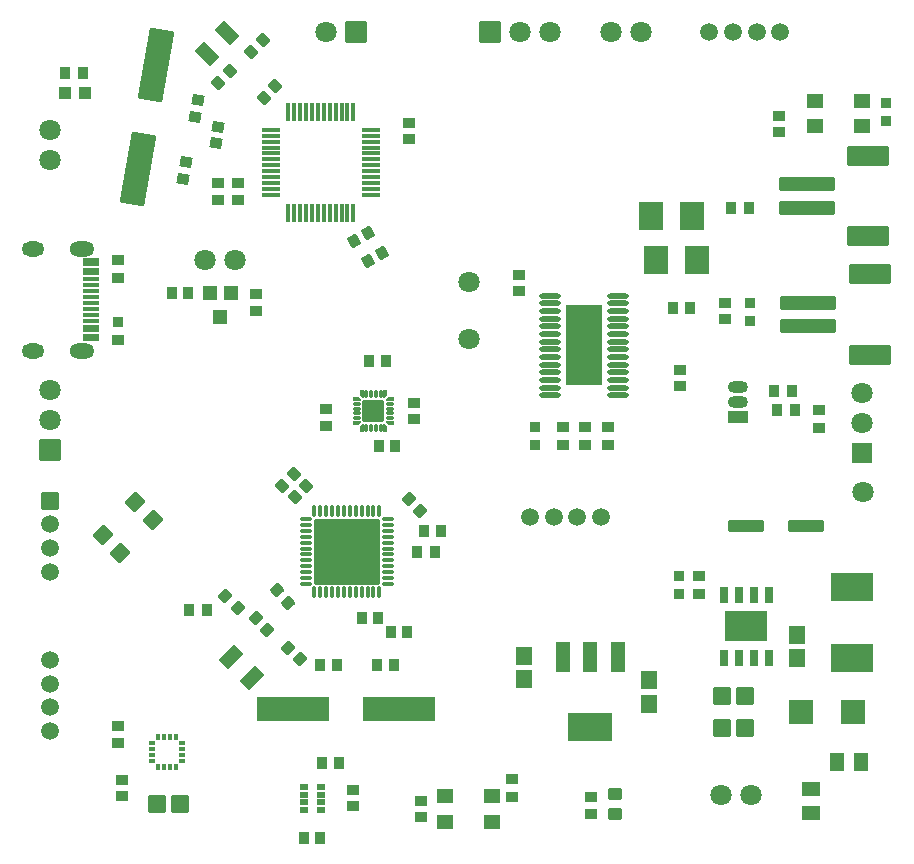
<source format=gts>
G04 Layer: TopSolderMaskLayer*
G04 EasyEDA v6.5.40, 2024-05-01 14:29:32*
G04 7703e67730494ffebf129c6139567d94,10*
G04 Gerber Generator version 0.2*
G04 Scale: 100 percent, Rotated: No, Reflected: No *
G04 Dimensions in millimeters *
G04 leading zeros omitted , absolute positions ,4 integer and 5 decimal *
%FSLAX45Y45*%
%MOMM*%

%AMMACRO1*1,1,$1,$2,$3*1,1,$1,$4,$5*1,1,$1,0-$2,0-$3*1,1,$1,0-$4,0-$5*20,1,$1,$2,$3,$4,$5,0*20,1,$1,$4,$5,0-$2,0-$3,0*20,1,$1,0-$2,0-$3,0-$4,0-$5,0*20,1,$1,0-$4,0-$5,$2,$3,0*4,1,4,$2,$3,$4,$5,0-$2,0-$3,0-$4,0-$5,$2,$3,0*%
%AMMACRO2*4,1,5,-0.3028,-0.1509,-0.3035,0.0208,-0.174,0.1509,0.3035,0.1509,0.3035,-0.1509,-0.3028,-0.1509,0*%
%AMMACRO3*4,1,5,-0.0212,-0.3035,-0.1507,-0.1737,-0.1507,0.3035,0.1507,0.3035,0.1507,-0.3028,-0.0212,-0.3035,0*%
%AMMACRO4*4,1,5,-0.1507,-0.3035,-0.1507,0.1737,-0.0212,0.3035,0.1507,0.3028,0.1507,-0.3035,-0.1507,-0.3035,0*%
%AMMACRO5*4,1,5,-0.1507,-0.3035,-0.1507,0.3028,0.0207,0.3035,0.1507,0.174,0.1507,-0.3035,-0.1507,-0.3035,0*%
%AMMACRO6*4,1,5,-0.1739,-0.1509,-0.3037,-0.0208,-0.3029,0.1509,0.3037,0.1509,0.3037,-0.1509,-0.1739,-0.1509,0*%
%AMMACRO7*4,1,5,-0.3038,-0.1507,-0.3038,0.1507,0.1737,0.1507,0.3038,0.0207,0.3023,-0.1507,-0.3038,-0.1507,0*%
%AMMACRO8*4,1,5,-0.3035,-0.1509,-0.3035,0.1509,0.3028,0.1509,0.3035,-0.0208,0.1737,-0.1509,-0.3035,-0.1509,0*%
%AMMACRO9*4,1,5,0.0212,-0.3035,-0.1507,-0.3028,-0.1507,0.3035,0.1507,0.3035,0.1507,-0.1737,0.0212,-0.3035,0*%
%AMMACRO10*4,1,4,-0.2827,-1.0617,-1.0617,-0.2827,0.2827,1.0617,1.0617,0.2827,-0.2827,-1.0617,0*%
%AMMACRO11*4,1,4,0.2828,-1.0617,-1.0618,0.2827,-0.2828,1.0617,1.0618,-0.283,0.2828,-1.0617,0*%
%AMMACRO12*4,1,4,0.2828,-1.0618,-1.0618,0.2828,-0.2828,1.0618,1.0618,-0.2828,0.2828,-1.0618,0*%
%ADD10MACRO1,0.1016X0.4032X0.432X0.4032X-0.432*%
%ADD11MACRO1,0.1016X-0.4032X0.432X-0.4032X-0.432*%
%ADD12MACRO1,0.1016X-0.4032X-0.432X-0.4032X0.432*%
%ADD13MACRO1,0.1016X0.4032X-0.432X0.4032X0.432*%
%ADD14MACRO1,0.1016X-0.432X0.4032X0.432X0.4032*%
%ADD15MACRO1,0.1016X-0.432X-0.4032X0.432X-0.4032*%
%ADD16MACRO1,0.1016X-0.95X1.145X0.95X1.145*%
%ADD17MACRO1,0.1016X0.601X-0.0354X0.0354X-0.601*%
%ADD18MACRO1,0.1016X-0.601X0.0354X-0.0354X0.601*%
%ADD19MACRO1,0.1016X0.45X0.4X0.45X-0.4*%
%ADD20R,1.0016X0.9016*%
%ADD21MACRO1,0.1016X-0.5714X0.1897X0.1214X0.5897*%
%ADD22MACRO1,0.1016X0.5126X0.3158X0.3737X-0.4721*%
%ADD23MACRO1,0.1016X-0.5126X-0.3158X-0.3737X0.4721*%
%ADD24R,1.0015X1.1016*%
%ADD25C,1.8000*%
%ADD26MACRO1,0.1016X0.65X0.15X0.65X-0.15*%
%ADD27O,1.9015964X1.3015976000000002*%
%ADD28O,2.1015960000000002X1.3015976000000002*%
%ADD29MACRO1,0.1016X1.75X1.175X1.75X-1.175*%
%ADD30MACRO1,0.1016X0.5906X0.0203X-0.0203X-0.5906*%
%ADD31MACRO1,0.1016X0.0203X0.5906X-0.5906X-0.0203*%
%ADD32MACRO1,0.1016X-0.4033X-0.432X-0.4033X0.432*%
%ADD33MACRO1,0.1016X0.4033X-0.432X0.4033X0.432*%
%ADD34MACRO1,0.1016X2.3X0.5004X2.3X-0.5004*%
%ADD35MACRO1,0.1016X-1.7005X0.8001X1.7005X0.8001*%
%ADD36R,0.9656X0.9081*%
%ADD37MACRO1,0.1016X-0.6502X0.5753X0.6502X0.5753*%
%ADD38MACRO1,0.1016X-0.705X-0.675X-0.705X0.675*%
%ADD39MACRO1,0.1016X0.705X-0.675X0.705X0.675*%
%ADD40R,1.4516X1.5116*%
%ADD41MACRO1,0.2032X-1.4X0.4X1.4X0.4*%
%ADD42MACRO1,0.1016X-1X1X1X1*%
%ADD43MACRO1,0.1X0.7X0.7X0.7X-0.7*%
%ADD44C,1.5000*%
%ADD45O,1.8330926000000003X0.4446016*%
%ADD46MACRO1,0.1X1.45X3.35X1.45X-3.35*%
%ADD47MACRO1,0.1016X-0.5X0.45X0.5X0.45*%
%ADD48O,1.7015968X1.0015981999999999*%
%ADD49R,1.7016X1.0016*%
%ADD50C,1.8016*%
%ADD51R,1.8016X1.8016*%
%ADD52R,1.2016X2.6016*%
%ADD53R,3.7016X2.4416*%
%ADD54MACRO1,0.1016X0.3X0.65X0.3X-0.65*%
%ADD55MACRO1,0.1016X1.75X1.25X1.75X-1.25*%
%ADD56MACRO1,0.1016X0.85X-0.85X-0.85X-0.85*%
%ADD57MACRO1,0.1016X0.3X-0.2X-0.3X-0.2*%
%ADD58MACRO1,0.1016X0.225X0.125X0.225X-0.125*%
%ADD59MACRO1,0.1016X-0.125X0.225X0.125X0.225*%
%ADD60O,1.6000222X0.3700272*%
%ADD61O,0.3700272X1.6000222*%
%ADD62O,0.38160960000000005X1.0015981999999999*%
%ADD63O,1.0015981999999999X0.38160960000000005*%
%ADD64MACRO1,0.1016X-2.7501X2.7501X2.7501X2.7501*%
%ADD65MACRO1,0.1016X0.2525X0.1X0.2525X-0.1*%
%ADD66MACRO1,0.1016X0.1X0.2525X0.1X-0.2525*%
%ADD67MACRO2*%
%ADD68MACRO1,0.1016X0.85X0.85X0.85X-0.85*%
%ADD69MACRO3*%
%ADD70MACRO4*%
%ADD71MACRO5*%
%ADD72MACRO6*%
%ADD73MACRO7*%
%ADD74MACRO8*%
%ADD75MACRO9*%
%ADD76MACRO1,0.1016X0.6502X-0.5753X-0.6502X-0.5753*%
%ADD77MACRO10*%
%ADD78MACRO11*%
%ADD79MACRO12*%
%ADD80MACRO1,0.1016X0.4X-0.45X-0.4X-0.45*%
%ADD81MACRO1,0.1016X0.0354X0.601X0.601X0.0354*%
%ADD82MACRO1,0.1016X-0.0354X-0.601X-0.601X-0.0354*%
%ADD83MACRO1,0.1X1.5058X2.7808X0.4639X-3.1281*%
%ADD84MACRO1,0.1X1.5058X2.7808X0.4638X-3.1281*%
%ADD85MACRO1,0.1X-3X1X3X1*%
%ADD86MACRO1,0.1016X-0.4X0.45X0.4X0.45*%
%ADD87MACRO1,0.1016X0.601X-0.0354X0.0354X-0.6011*%
%ADD88MACRO1,0.1016X0.6003X-0.0459X0.0249X-0.6016*%
%ADD89MACRO1,0.1016X0.6003X-0.0458X0.0249X-0.6016*%
%ADD90MACRO1,0.1016X0.0876X0.5957X0.6018X-0.0172*%
%ADD91MACRO1,0.1016X-0.6885X0.5663X0.6885X0.5663*%
%ADD92MACRO1,0.1016X-0.6885X-0.5663X0.6885X-0.5663*%
%ADD93MACRO1,0.1016X0.5663X0.6885X0.5663X-0.6885*%
%ADD94MACRO1,0.1016X-0.5663X0.6885X-0.5663X-0.6885*%
%ADD95MACRO1,0.1016X0.432X0.4033X-0.432X0.4033*%
%ADD96MACRO1,0.1016X0.508X-0.5715X-0.508X-0.5715*%
%ADD97MACRO1,0.1016X-0.508X0.5715X0.508X0.5715*%
%ADD98MACRO1,0.1016X0.8666X0.053X-0.053X-0.8666*%
%ADD99C,0.0125*%

%LPD*%
D10*
G01*
X6439663Y-3299993D03*
D11*
G01*
X6590313Y-3299993D03*
D12*
G01*
X6615311Y-3464994D03*
D13*
G01*
X6464661Y-3464994D03*
D14*
G01*
X6814987Y-3615317D03*
D15*
G01*
X6814987Y-3464667D03*
D16*
G01*
X5398489Y-1819996D03*
G01*
X5741490Y-1819996D03*
G01*
X5438489Y-2189995D03*
G01*
X5781490Y-2189995D03*
D17*
G01*
X2010443Y-429480D03*
G01*
X2109436Y-330487D03*
D18*
G01*
X1829528Y-590583D03*
G01*
X1730535Y-689576D03*
D19*
G01*
X6476746Y-1110383D03*
G01*
X6476746Y-970384D03*
D17*
G01*
X2116107Y-819624D03*
G01*
X2215100Y-720631D03*
D20*
G01*
X3342640Y-1029817D03*
G01*
X3342640Y-1169822D03*
D21*
G01*
X3000670Y-1964996D03*
G01*
X2879429Y-2034995D03*
G01*
X3121320Y-2129080D03*
G01*
X3000079Y-2199079D03*
D19*
G01*
X1899996Y-1679996D03*
G01*
X1899996Y-1539996D03*
G01*
X1724997Y-1679996D03*
G01*
X1724997Y-1539996D03*
D22*
G01*
X1532926Y-979018D03*
G01*
X1557237Y-841145D03*
D23*
G01*
X1457161Y-1366163D03*
G01*
X1432850Y-1504036D03*
D24*
G01*
X435025Y-780110D03*
G01*
X605002Y-780110D03*
D25*
G01*
X5989954Y-6720078D03*
G01*
X6239967Y-6720078D03*
D14*
G01*
X880110Y-2345322D03*
D15*
G01*
X880110Y-2194673D03*
D14*
G01*
X4890007Y-6885318D03*
D15*
G01*
X4890007Y-6734669D03*
D26*
G01*
X657349Y-2355030D03*
G01*
X657349Y-2405043D03*
G01*
X657352Y-2455030D03*
G01*
X657349Y-2505043D03*
G01*
X657352Y-2555030D03*
G01*
X657349Y-2605043D03*
G01*
X657349Y-2655004D03*
G01*
X657349Y-2705042D03*
G01*
X657336Y-2195041D03*
G01*
X657352Y-2225038D03*
G01*
X657336Y-2275042D03*
G01*
X657339Y-2305037D03*
G01*
X657336Y-2755033D03*
G01*
X657339Y-2785046D03*
G01*
X657354Y-2835036D03*
G01*
X657354Y-2865036D03*
D27*
G01*
X162534Y-2962554D03*
D28*
G01*
X580517Y-2962554D03*
G01*
X580517Y-2097531D03*
D27*
G01*
X162534Y-2097531D03*
D29*
G01*
X7099286Y-4959108D03*
G01*
X7099286Y-5564107D03*
D12*
G01*
X2757564Y-6454139D03*
D13*
G01*
X2606915Y-6454139D03*
D30*
G01*
X1790777Y-5034357D03*
D31*
G01*
X1897302Y-5140882D03*
D32*
G01*
X1635315Y-5154988D03*
D33*
G01*
X1484668Y-5154988D03*
D34*
G01*
X6724637Y-2555935D03*
G01*
X6724637Y-2754055D03*
D35*
G01*
X7245337Y-2314635D03*
G01*
X7245337Y-2995355D03*
D34*
G01*
X6714637Y-1550936D03*
G01*
X6714637Y-1749056D03*
D35*
G01*
X7235337Y-1309636D03*
G01*
X7235337Y-1990356D03*
D10*
G01*
X3004668Y-3049993D03*
D11*
G01*
X3155318Y-3049993D03*
D36*
G01*
X4409998Y-3604666D03*
G01*
X4409998Y-3755313D03*
D37*
G01*
X3654412Y-6733306D03*
G01*
X3654412Y-6946666D03*
G01*
X4045572Y-6946666D03*
G01*
X4045572Y-6733306D03*
D38*
G01*
X6195019Y-6154978D03*
D39*
G01*
X5995014Y-6154978D03*
D40*
G01*
X6629501Y-5364886D03*
G01*
X6629501Y-5564886D03*
D41*
G01*
X6200018Y-4444982D03*
G01*
X6708018Y-4444982D03*
D38*
G01*
X6195019Y-5879980D03*
D39*
G01*
X5995014Y-5879980D03*
D42*
G01*
X7105014Y-6014979D03*
G01*
X6665015Y-6014979D03*
D43*
G01*
X310006Y-4229989D03*
D44*
G01*
X310006Y-4429988D03*
G01*
X310006Y-4629988D03*
G01*
X310006Y-4829987D03*
G01*
X305003Y-5579998D03*
G01*
X304977Y-5780023D03*
G01*
X304977Y-5980023D03*
G01*
X304977Y-6180023D03*
D45*
G01*
X5114188Y-3337915D03*
G01*
X5114188Y-3272917D03*
G01*
X5114188Y-3207918D03*
G01*
X5114188Y-3142919D03*
G01*
X5114188Y-3077921D03*
G01*
X5114188Y-3012922D03*
G01*
X5114188Y-2947923D03*
G01*
X5114188Y-2882925D03*
G01*
X5114188Y-2817901D03*
G01*
X5114188Y-2752902D03*
G01*
X5114188Y-2687904D03*
G01*
X5114188Y-2622905D03*
G01*
X5114188Y-2557906D03*
G01*
X5114188Y-2492908D03*
G01*
X4541037Y-3337915D03*
G01*
X4541037Y-3272917D03*
G01*
X4541037Y-3207918D03*
G01*
X4541037Y-3142919D03*
G01*
X4541037Y-3077921D03*
G01*
X4541037Y-3012922D03*
G01*
X4541037Y-2947923D03*
G01*
X4541037Y-2882925D03*
G01*
X4541037Y-2817901D03*
G01*
X4541037Y-2752902D03*
G01*
X4541037Y-2687904D03*
G01*
X4541037Y-2622905D03*
G01*
X4541037Y-2557906D03*
G01*
X4541037Y-2492908D03*
D46*
G01*
X4827610Y-2915386D03*
D47*
G01*
X5089989Y-6714995D03*
G01*
X5089989Y-6884995D03*
D48*
G01*
X6134988Y-3263011D03*
G01*
X6134988Y-3390011D03*
D49*
G01*
X6134988Y-3516985D03*
D36*
G01*
X5634913Y-4869662D03*
G01*
X5634913Y-5020310D03*
D14*
G01*
X5800018Y-5020306D03*
D15*
G01*
X5800018Y-4869656D03*
D50*
G01*
X7184948Y-3315919D03*
G01*
X7184948Y-3569919D03*
D51*
G01*
X7184974Y-3823919D03*
D52*
G01*
X5112435Y-5553862D03*
G01*
X4882438Y-5553862D03*
G01*
X4652441Y-5553862D03*
D53*
G01*
X4882438Y-6147866D03*
D44*
G01*
X4369993Y-4369993D03*
G01*
X4569993Y-4369968D03*
G01*
X4769993Y-4369968D03*
G01*
X4969992Y-4369968D03*
D54*
G01*
X6390518Y-5024992D03*
G01*
X6263518Y-5024992D03*
G01*
X6136518Y-5024992D03*
G01*
X6009518Y-5024992D03*
G01*
X6009518Y-5564971D03*
G01*
X6136518Y-5564971D03*
G01*
X6263518Y-5564971D03*
G01*
X6390518Y-5564971D03*
D55*
G01*
X6200030Y-5294980D03*
D50*
G01*
X3850970Y-2376652D03*
G01*
X3850970Y-2864662D03*
D56*
G01*
X2896998Y-259995D03*
D50*
G01*
X2642997Y-260019D03*
G01*
X5308295Y-260070D03*
G01*
X5054295Y-260070D03*
D44*
G01*
X6489979Y-259994D03*
G01*
X6290005Y-259994D03*
G01*
X6090005Y-259994D03*
G01*
X5890006Y-259994D03*
D50*
G01*
X310083Y-1093317D03*
G01*
X310083Y-1347317D03*
D57*
G01*
X2602486Y-6652475D03*
G01*
X2602486Y-6717499D03*
G01*
X2602486Y-6782473D03*
G01*
X2602486Y-6847497D03*
G01*
X2457503Y-6652475D03*
G01*
X2457503Y-6717499D03*
G01*
X2457503Y-6782473D03*
G01*
X2457503Y-6847497D03*
D58*
G01*
X1421300Y-6284962D03*
G01*
X1421300Y-6334975D03*
G01*
X1421300Y-6384961D03*
G01*
X1421300Y-6434974D03*
D59*
G01*
X1370016Y-6486283D03*
G01*
X1320003Y-6486283D03*
G01*
X1270016Y-6486283D03*
G01*
X1220003Y-6486283D03*
D58*
G01*
X1168697Y-6434999D03*
G01*
X1168697Y-6384988D03*
G01*
X1168697Y-6335000D03*
G01*
X1168697Y-6284987D03*
D59*
G01*
X1219978Y-6233680D03*
G01*
X1269991Y-6233680D03*
G01*
X1319978Y-6233680D03*
G01*
X1369990Y-6233680D03*
D60*
G01*
X2175002Y-1090015D03*
G01*
X2175002Y-1140028D03*
G01*
X2175002Y-1190015D03*
G01*
X2175002Y-1240028D03*
G01*
X2175002Y-1290015D03*
G01*
X2175002Y-1340027D03*
G01*
X2175002Y-1390014D03*
G01*
X2175002Y-1440027D03*
G01*
X2175002Y-1490014D03*
G01*
X2175002Y-1540027D03*
G01*
X2175002Y-1590014D03*
G01*
X2175002Y-1640027D03*
D61*
G01*
X2324988Y-1790014D03*
G01*
X2375001Y-1790014D03*
G01*
X2424963Y-1790014D03*
G01*
X2474975Y-1790014D03*
G01*
X2524963Y-1790014D03*
G01*
X2574975Y-1790014D03*
G01*
X2624988Y-1790014D03*
G01*
X2674975Y-1790014D03*
G01*
X2724988Y-1790014D03*
G01*
X2775000Y-1790014D03*
G01*
X2824988Y-1790014D03*
G01*
X2875000Y-1790014D03*
D60*
G01*
X3024987Y-1640027D03*
G01*
X3024987Y-1590014D03*
G01*
X3024987Y-1540027D03*
G01*
X3024987Y-1490014D03*
G01*
X3024987Y-1440027D03*
G01*
X3024987Y-1390014D03*
G01*
X3024987Y-1340027D03*
G01*
X3024987Y-1290015D03*
G01*
X3024987Y-1240028D03*
G01*
X3024987Y-1190015D03*
G01*
X3024987Y-1140028D03*
G01*
X3024987Y-1090015D03*
D61*
G01*
X2875000Y-940028D03*
G01*
X2824988Y-940028D03*
G01*
X2775000Y-940028D03*
G01*
X2724988Y-940028D03*
G01*
X2674975Y-940028D03*
G01*
X2624988Y-940028D03*
G01*
X2574975Y-940028D03*
G01*
X2524963Y-940028D03*
G01*
X2474975Y-940028D03*
G01*
X2424963Y-940028D03*
G01*
X2375001Y-940028D03*
G01*
X2324988Y-940028D03*
D62*
G01*
X2544927Y-5004943D03*
G01*
X2594940Y-5004943D03*
G01*
X2645003Y-5004943D03*
G01*
X2695041Y-5004943D03*
G01*
X2745079Y-5004943D03*
G01*
X2795092Y-5004943D03*
G01*
X2844901Y-5004943D03*
G01*
X2894939Y-5004943D03*
G01*
X2944977Y-5004943D03*
G01*
X2994990Y-5004943D03*
G01*
X3045053Y-5004943D03*
G01*
X3095091Y-5004943D03*
D63*
G01*
X3164941Y-4935093D03*
G01*
X3164941Y-4885054D03*
G01*
X3164941Y-4835017D03*
G01*
X3164941Y-4784979D03*
G01*
X3164941Y-4734940D03*
G01*
X3164941Y-4684903D03*
G01*
X3164941Y-4635119D03*
G01*
X3164941Y-4585080D03*
G01*
X3164941Y-4535043D03*
G01*
X3164941Y-4485004D03*
G01*
X3164941Y-4434967D03*
G01*
X3164941Y-4384929D03*
D62*
G01*
X3095091Y-4315079D03*
G01*
X3045053Y-4315079D03*
G01*
X2994990Y-4315079D03*
G01*
X2944977Y-4315079D03*
G01*
X2894939Y-4315079D03*
G01*
X2844901Y-4315079D03*
G01*
X2795092Y-4315079D03*
G01*
X2745079Y-4315079D03*
G01*
X2695041Y-4315079D03*
G01*
X2645003Y-4315079D03*
G01*
X2594940Y-4315079D03*
G01*
X2544927Y-4315079D03*
D63*
G01*
X2475077Y-4384929D03*
G01*
X2475077Y-4434967D03*
G01*
X2475077Y-4485004D03*
G01*
X2475077Y-4535043D03*
G01*
X2475077Y-4585080D03*
G01*
X2475077Y-4635119D03*
G01*
X2475077Y-4684903D03*
G01*
X2475077Y-4734940D03*
G01*
X2475077Y-4784979D03*
G01*
X2475077Y-4835017D03*
G01*
X2475077Y-4885054D03*
G01*
X2475077Y-4935093D03*
D64*
G01*
X2820009Y-4659990D03*
D65*
G01*
X2902247Y-3409998D03*
G01*
X2902247Y-3450003D03*
G01*
X2902247Y-3489982D03*
G01*
X2902247Y-3529987D03*
D66*
G01*
X2985000Y-3612741D03*
G01*
X3025005Y-3612741D03*
G01*
X3064984Y-3612741D03*
G01*
X3104989Y-3612741D03*
D65*
G01*
X3187743Y-3529987D03*
G01*
X3187743Y-3489982D03*
G01*
X3187743Y-3450003D03*
G01*
X3187743Y-3409998D03*
D67*
G01*
X3187725Y-3369995D03*
D66*
G01*
X3104989Y-3327245D03*
G01*
X3064984Y-3327245D03*
G01*
X3025005Y-3327245D03*
G01*
X2985000Y-3327245D03*
D68*
G01*
X3044995Y-3469994D03*
D69*
G01*
X2944990Y-3327273D03*
D70*
G01*
X2944990Y-3612718D03*
D71*
G01*
X3144989Y-3612718D03*
D72*
G01*
X3187712Y-3569995D03*
D73*
G01*
X2902280Y-3370008D03*
D74*
G01*
X2902280Y-3569995D03*
D75*
G01*
X3144989Y-3327273D03*
D56*
G01*
X4032073Y-260071D03*
D50*
G01*
X4286072Y-260070D03*
G01*
X4540072Y-260070D03*
D68*
G01*
X310008Y-3804006D03*
D50*
G01*
X310006Y-3550005D03*
G01*
X310006Y-3296005D03*
G01*
X1876983Y-2189987D03*
G01*
X1622983Y-2189987D03*
D76*
G01*
X7177338Y-1056919D03*
G01*
X7177338Y-843559D03*
G01*
X6786178Y-843559D03*
G01*
X6786178Y-1056919D03*
D77*
G01*
X1839468Y-5555488D03*
G01*
X2016252Y-5732272D03*
D78*
G01*
X1808391Y-271602D03*
D79*
G01*
X1631607Y-448398D03*
D80*
G01*
X3473300Y-4483100D03*
G01*
X3613299Y-4483100D03*
D81*
G01*
X2419316Y-5573996D03*
G01*
X2320323Y-5475003D03*
D82*
G01*
X2048543Y-5226083D03*
G01*
X2147536Y-5325076D03*
D23*
G01*
X1732151Y-1066062D03*
G01*
X1707841Y-1203935D03*
D83*
G01*
X1208139Y-536834D03*
D84*
G01*
X1051855Y-1423161D03*
D85*
G01*
X2364992Y-5989988D03*
G01*
X3264993Y-5989988D03*
D80*
G01*
X2594996Y-5619988D03*
G01*
X2734995Y-5619988D03*
D86*
G01*
X3214994Y-5619988D03*
G01*
X3074995Y-5619988D03*
D14*
G01*
X4650107Y-3755383D03*
D15*
G01*
X4650107Y-3604733D03*
D14*
G01*
X4840099Y-3755383D03*
D15*
G01*
X4840099Y-3604733D03*
D14*
G01*
X5034917Y-3755383D03*
D15*
G01*
X5034917Y-3604733D03*
D19*
G01*
X3449993Y-6909986D03*
G01*
X3449993Y-6769986D03*
D14*
G01*
X4219991Y-6735311D03*
D15*
G01*
X4219991Y-6584661D03*
D12*
G01*
X3566204Y-4661174D03*
D13*
G01*
X3415554Y-4661174D03*
D80*
G01*
X2454760Y-7081519D03*
G01*
X2594759Y-7081519D03*
D38*
G01*
X1410332Y-6796712D03*
D39*
G01*
X1210327Y-6796712D03*
D86*
G01*
X3229993Y-3769992D03*
G01*
X3089993Y-3769992D03*
D40*
G01*
X4322445Y-5540857D03*
G01*
X4322445Y-5740857D03*
D19*
G01*
X4277591Y-2455379D03*
G01*
X4277591Y-2315380D03*
D87*
G01*
X2378743Y-4202396D03*
G01*
X2477736Y-4103403D03*
D19*
G01*
X2875279Y-6816239D03*
G01*
X2875279Y-6676240D03*
G01*
X914400Y-6732419D03*
G01*
X914400Y-6592420D03*
G01*
X2644139Y-3595519D03*
G01*
X2644139Y-3455520D03*
D40*
G01*
X5374436Y-5750331D03*
G01*
X5374436Y-5950330D03*
D20*
G01*
X6024981Y-2554986D03*
G01*
X6024981Y-2694990D03*
D88*
G01*
X2268665Y-4105004D03*
D89*
G01*
X2369374Y-4007755D03*
D20*
G01*
X881379Y-6140297D03*
G01*
X881379Y-6280302D03*
G01*
X3389985Y-3399993D03*
G01*
X3389985Y-3539997D03*
D90*
G01*
X2318294Y-5095523D03*
G01*
X2228305Y-4988276D03*
D20*
G01*
X5639866Y-3119881D03*
G01*
X5639866Y-3259886D03*
D82*
G01*
X3343943Y-4215163D03*
G01*
X3442936Y-4314156D03*
D80*
G01*
X5585104Y-2600086D03*
G01*
X5725104Y-2600086D03*
D86*
G01*
X3330821Y-5341345D03*
G01*
X3190821Y-5341345D03*
D91*
G01*
X6749986Y-6869991D03*
D92*
G01*
X6749986Y-6669981D03*
D36*
G01*
X6234988Y-2554681D03*
G01*
X6234988Y-2705328D03*
D93*
G01*
X6969980Y-6439987D03*
D94*
G01*
X7169990Y-6439987D03*
D10*
G01*
X6074662Y-1749996D03*
D11*
G01*
X6225312Y-1749996D03*
D36*
G01*
X880008Y-2714675D03*
D95*
G01*
X879998Y-2865320D03*
D19*
G01*
X2048200Y-2620863D03*
G01*
X2048200Y-2480863D03*
D86*
G01*
X1478201Y-2470863D03*
G01*
X1338201Y-2470863D03*
D96*
G01*
X1748200Y-2672463D03*
G01*
X1659300Y-2469263D03*
D97*
G01*
X1837100Y-2469263D03*
D12*
G01*
X585323Y-609998D03*
D13*
G01*
X434674Y-609998D03*
D36*
G01*
X7386853Y-864920D03*
G01*
X7386853Y-1015568D03*
D98*
G01*
X1178974Y-4393260D03*
G01*
X1028105Y-4242391D03*
G01*
X751512Y-4518985D03*
G01*
X902380Y-4669853D03*
D86*
G01*
X3085759Y-5226316D03*
G01*
X2945759Y-5226316D03*
D50*
G01*
X7186802Y-4156049D03*
M02*

</source>
